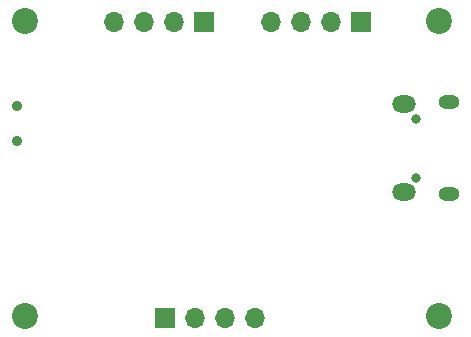
<source format=gbr>
%TF.GenerationSoftware,KiCad,Pcbnew,6.0.6-3a73a75311~116~ubuntu21.10.1*%
%TF.CreationDate,2022-07-26T12:25:36-07:00*%
%TF.ProjectId,SMT32Course,534d5433-3243-46f7-9572-73652e6b6963,0.1*%
%TF.SameCoordinates,Original*%
%TF.FileFunction,Soldermask,Bot*%
%TF.FilePolarity,Negative*%
%FSLAX46Y46*%
G04 Gerber Fmt 4.6, Leading zero omitted, Abs format (unit mm)*
G04 Created by KiCad (PCBNEW 6.0.6-3a73a75311~116~ubuntu21.10.1) date 2022-07-26 12:25:36*
%MOMM*%
%LPD*%
G01*
G04 APERTURE LIST*
%ADD10C,0.900000*%
%ADD11C,2.200000*%
%ADD12O,1.700000X1.700000*%
%ADD13R,1.700000X1.700000*%
%ADD14O,0.800000X0.800000*%
%ADD15O,2.000000X1.450000*%
%ADD16O,1.800000X1.150000*%
G04 APERTURE END LIST*
D10*
%TO.C,SW1*%
X87770000Y-57600000D03*
X87770000Y-54600000D03*
%TD*%
D11*
%TO.C,H4*%
X123525000Y-47400000D03*
%TD*%
%TO.C,H3*%
X123525000Y-72400000D03*
%TD*%
%TO.C,H2*%
X88525000Y-72400000D03*
%TD*%
%TO.C,H1*%
X88525000Y-47400000D03*
%TD*%
D12*
%TO.C,J4*%
X107945000Y-72600000D03*
X105405000Y-72600000D03*
X102865000Y-72600000D03*
D13*
X100325000Y-72600000D03*
%TD*%
%TO.C,J3*%
X116925000Y-47500000D03*
D12*
X114385000Y-47500000D03*
X111845000Y-47500000D03*
X109305000Y-47500000D03*
%TD*%
D13*
%TO.C,J2*%
X103605000Y-47500000D03*
D12*
X101065000Y-47500000D03*
X98525000Y-47500000D03*
X95985000Y-47500000D03*
%TD*%
D14*
%TO.C,J1*%
X121625000Y-60700000D03*
X121625000Y-55700000D03*
D15*
X120575000Y-61925000D03*
X120575000Y-54475000D03*
D16*
X124375000Y-62075000D03*
X124375000Y-54325000D03*
%TD*%
M02*

</source>
